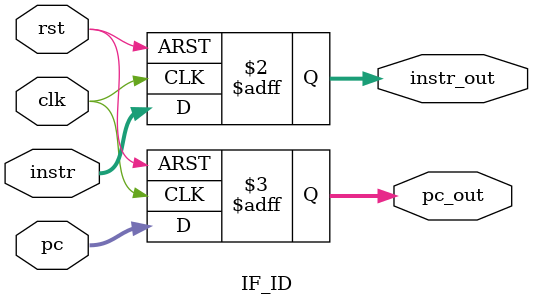
<source format=v>
module IF_ID(
    input clk, rst,
    input [31:0] instr, pc,
    output reg [31:0] instr_out, pc_out
);

always @(posedge clk or posedge rst) begin
    if (rst) begin
        instr_out <= 32'b0;
        pc_out <= 32'b0;
    end else begin
        instr_out <= instr;
        pc_out <= pc;
    end
end

endmodule

</source>
